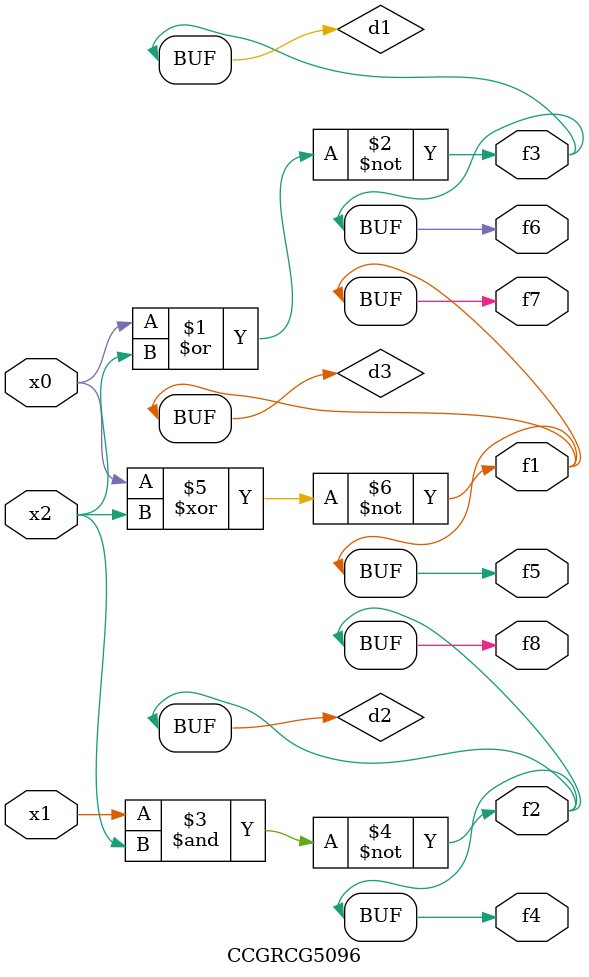
<source format=v>
module CCGRCG5096(
	input x0, x1, x2,
	output f1, f2, f3, f4, f5, f6, f7, f8
);

	wire d1, d2, d3;

	nor (d1, x0, x2);
	nand (d2, x1, x2);
	xnor (d3, x0, x2);
	assign f1 = d3;
	assign f2 = d2;
	assign f3 = d1;
	assign f4 = d2;
	assign f5 = d3;
	assign f6 = d1;
	assign f7 = d3;
	assign f8 = d2;
endmodule

</source>
